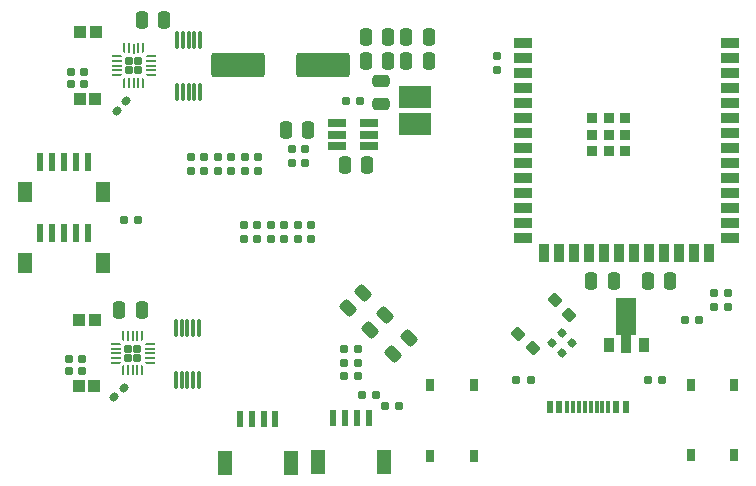
<source format=gbr>
%TF.GenerationSoftware,KiCad,Pcbnew,7.0.9*%
%TF.CreationDate,2023-12-08T19:14:30-07:00*%
%TF.ProjectId,mini_motor_go_V1_rev3,6d696e69-5f6d-46f7-946f-725f676f5f56,rev?*%
%TF.SameCoordinates,Original*%
%TF.FileFunction,Paste,Top*%
%TF.FilePolarity,Positive*%
%FSLAX46Y46*%
G04 Gerber Fmt 4.6, Leading zero omitted, Abs format (unit mm)*
G04 Created by KiCad (PCBNEW 7.0.9) date 2023-12-08 19:14:30*
%MOMM*%
%LPD*%
G01*
G04 APERTURE LIST*
G04 Aperture macros list*
%AMRoundRect*
0 Rectangle with rounded corners*
0 $1 Rounding radius*
0 $2 $3 $4 $5 $6 $7 $8 $9 X,Y pos of 4 corners*
0 Add a 4 corners polygon primitive as box body*
4,1,4,$2,$3,$4,$5,$6,$7,$8,$9,$2,$3,0*
0 Add four circle primitives for the rounded corners*
1,1,$1+$1,$2,$3*
1,1,$1+$1,$4,$5*
1,1,$1+$1,$6,$7*
1,1,$1+$1,$8,$9*
0 Add four rect primitives between the rounded corners*
20,1,$1+$1,$2,$3,$4,$5,0*
20,1,$1+$1,$4,$5,$6,$7,0*
20,1,$1+$1,$6,$7,$8,$9,0*
20,1,$1+$1,$8,$9,$2,$3,0*%
%AMFreePoly0*
4,1,14,0.289644,0.110355,0.410355,-0.010356,0.425000,-0.045711,0.425000,-0.075000,0.410355,-0.110355,0.375000,-0.125000,-0.375000,-0.125000,-0.410355,-0.110355,-0.425000,-0.075000,-0.425000,0.075000,-0.410355,0.110355,-0.375000,0.125000,0.254289,0.125000,0.289644,0.110355,0.289644,0.110355,$1*%
%AMFreePoly1*
4,1,14,0.410355,0.110355,0.425000,0.075000,0.425000,0.045711,0.410355,0.010356,0.289644,-0.110355,0.254289,-0.125000,-0.375000,-0.125000,-0.410355,-0.110355,-0.425000,-0.075000,-0.425000,0.075000,-0.410355,0.110355,-0.375000,0.125000,0.375000,0.125000,0.410355,0.110355,0.410355,0.110355,$1*%
%AMFreePoly2*
4,1,14,0.110355,0.410355,0.125000,0.375000,0.125000,-0.375000,0.110355,-0.410355,0.075000,-0.425000,-0.075000,-0.425000,-0.110355,-0.410355,-0.125000,-0.375000,-0.125000,0.254289,-0.110355,0.289644,0.010356,0.410355,0.045711,0.425000,0.075000,0.425000,0.110355,0.410355,0.110355,0.410355,$1*%
%AMFreePoly3*
4,1,14,-0.010356,0.410355,0.110355,0.289644,0.125000,0.254289,0.125000,-0.375000,0.110355,-0.410355,0.075000,-0.425000,-0.075000,-0.425000,-0.110355,-0.410355,-0.125000,-0.375000,-0.125000,0.375000,-0.110355,0.410355,-0.075000,0.425000,-0.045711,0.425000,-0.010356,0.410355,-0.010356,0.410355,$1*%
%AMFreePoly4*
4,1,14,0.410355,0.110355,0.425000,0.075000,0.425000,-0.075000,0.410355,-0.110355,0.375000,-0.125000,-0.254289,-0.125000,-0.289644,-0.110355,-0.410355,0.010356,-0.425000,0.045711,-0.425000,0.075000,-0.410355,0.110355,-0.375000,0.125000,0.375000,0.125000,0.410355,0.110355,0.410355,0.110355,$1*%
%AMFreePoly5*
4,1,14,0.410355,0.110355,0.425000,0.075000,0.425000,-0.075000,0.410355,-0.110355,0.375000,-0.125000,-0.375000,-0.125000,-0.410355,-0.110355,-0.425000,-0.075000,-0.425000,-0.045711,-0.410355,-0.010356,-0.289644,0.110355,-0.254289,0.125000,0.375000,0.125000,0.410355,0.110355,0.410355,0.110355,$1*%
%AMFreePoly6*
4,1,14,0.110355,0.410355,0.125000,0.375000,0.125000,-0.254289,0.110355,-0.289644,-0.010356,-0.410355,-0.045711,-0.425000,-0.075000,-0.425000,-0.110355,-0.410355,-0.125000,-0.375000,-0.125000,0.375000,-0.110355,0.410355,-0.075000,0.425000,0.075000,0.425000,0.110355,0.410355,0.110355,0.410355,$1*%
%AMFreePoly7*
4,1,14,0.110355,0.410355,0.125000,0.375000,0.125000,-0.375000,0.110355,-0.410355,0.075000,-0.425000,0.045711,-0.425000,0.010356,-0.410355,-0.110355,-0.289644,-0.125000,-0.254289,-0.125000,0.375000,-0.110355,0.410355,-0.075000,0.425000,0.075000,0.425000,0.110355,0.410355,0.110355,0.410355,$1*%
%AMFreePoly8*
4,1,9,3.862500,-0.866500,0.737500,-0.866500,0.737500,-0.450000,-0.737500,-0.450000,-0.737500,0.450000,0.737500,0.450000,0.737500,0.866500,3.862500,0.866500,3.862500,-0.866500,3.862500,-0.866500,$1*%
G04 Aperture macros list end*
%ADD10RoundRect,0.155000X0.040659X0.259862X-0.259862X-0.040659X-0.040659X-0.259862X0.259862X0.040659X0*%
%ADD11RoundRect,0.160000X0.160000X-0.197500X0.160000X0.197500X-0.160000X0.197500X-0.160000X-0.197500X0*%
%ADD12RoundRect,0.250000X0.250000X0.475000X-0.250000X0.475000X-0.250000X-0.475000X0.250000X-0.475000X0*%
%ADD13RoundRect,0.030000X0.120000X-0.695000X0.120000X0.695000X-0.120000X0.695000X-0.120000X-0.695000X0*%
%ADD14RoundRect,0.172500X0.172500X-0.172500X0.172500X0.172500X-0.172500X0.172500X-0.172500X-0.172500X0*%
%ADD15FreePoly0,90.000000*%
%ADD16RoundRect,0.062500X0.062500X-0.362500X0.062500X0.362500X-0.062500X0.362500X-0.062500X-0.362500X0*%
%ADD17FreePoly1,90.000000*%
%ADD18FreePoly2,90.000000*%
%ADD19RoundRect,0.062500X0.362500X-0.062500X0.362500X0.062500X-0.362500X0.062500X-0.362500X-0.062500X0*%
%ADD20FreePoly3,90.000000*%
%ADD21FreePoly4,90.000000*%
%ADD22RoundRect,0.062500X0.062500X-0.350000X0.062500X0.350000X-0.062500X0.350000X-0.062500X-0.350000X0*%
%ADD23FreePoly5,90.000000*%
%ADD24FreePoly6,90.000000*%
%ADD25FreePoly7,90.000000*%
%ADD26RoundRect,0.250000X-0.250000X-0.475000X0.250000X-0.475000X0.250000X0.475000X-0.250000X0.475000X0*%
%ADD27RoundRect,0.243750X0.150260X-0.494975X0.494975X-0.150260X-0.150260X0.494975X-0.494975X0.150260X0*%
%ADD28RoundRect,0.160000X-0.252791X0.026517X0.026517X-0.252791X0.252791X-0.026517X-0.026517X0.252791X0*%
%ADD29RoundRect,0.160000X0.197500X0.160000X-0.197500X0.160000X-0.197500X-0.160000X0.197500X-0.160000X0*%
%ADD30RoundRect,0.160000X-0.197500X-0.160000X0.197500X-0.160000X0.197500X0.160000X-0.197500X0.160000X0*%
%ADD31RoundRect,0.155000X-0.212500X-0.155000X0.212500X-0.155000X0.212500X0.155000X-0.212500X0.155000X0*%
%ADD32R,2.800000X1.850000*%
%ADD33R,1.100000X1.000000*%
%ADD34R,0.600000X1.550000*%
%ADD35R,1.200000X1.800000*%
%ADD36RoundRect,0.160000X-0.160000X0.197500X-0.160000X-0.197500X0.160000X-0.197500X0.160000X0.197500X0*%
%ADD37R,0.599440X1.348740*%
%ADD38R,1.198880X1.998980*%
%ADD39R,0.700000X1.000000*%
%ADD40RoundRect,0.155000X0.212500X0.155000X-0.212500X0.155000X-0.212500X-0.155000X0.212500X-0.155000X0*%
%ADD41R,1.500000X0.900000*%
%ADD42R,0.900000X1.500000*%
%ADD43R,0.900000X0.900000*%
%ADD44RoundRect,0.237500X0.380070X-0.044194X-0.044194X0.380070X-0.380070X0.044194X0.044194X-0.380070X0*%
%ADD45R,1.560000X0.650000*%
%ADD46R,0.600000X1.100000*%
%ADD47R,0.300000X1.100000*%
%ADD48RoundRect,0.250001X1.999999X0.799999X-1.999999X0.799999X-1.999999X-0.799999X1.999999X-0.799999X0*%
%ADD49R,0.900000X1.300000*%
%ADD50FreePoly8,90.000000*%
%ADD51RoundRect,0.250000X-0.475000X0.250000X-0.475000X-0.250000X0.475000X-0.250000X0.475000X0.250000X0*%
G04 APERTURE END LIST*
D10*
%TO.C,C2*%
X125104280Y-88414457D03*
X124301714Y-89217023D03*
%TD*%
D11*
%TO.C,R14*%
X135331749Y-70060966D03*
X135331749Y-68865966D03*
%TD*%
D12*
%TO.C,C13*%
X147475000Y-58675000D03*
X145575000Y-58675000D03*
%TD*%
D13*
%TO.C,U4*%
X129570599Y-63370400D03*
X130070599Y-63370400D03*
X130570599Y-63370400D03*
X131070599Y-63370400D03*
X131570599Y-63370400D03*
X131570599Y-58970400D03*
X131070599Y-58970400D03*
X130570599Y-58970400D03*
X130070599Y-58970400D03*
X129570599Y-58970400D03*
%TD*%
D14*
%TO.C,U2*%
X125531600Y-61536400D03*
X126331600Y-61536400D03*
X125531600Y-60736400D03*
X126331600Y-60736400D03*
D15*
X125131600Y-62586400D03*
D16*
X125531600Y-62586400D03*
X125931600Y-62586400D03*
X126331600Y-62586400D03*
D17*
X126731600Y-62586400D03*
D18*
X127381600Y-61936400D03*
D19*
X127381600Y-61536400D03*
X127381600Y-61136400D03*
X127381600Y-60736400D03*
D20*
X127381600Y-60336400D03*
D21*
X126731600Y-59686400D03*
D16*
X126331600Y-59686400D03*
D22*
X125931600Y-59698900D03*
D16*
X125531600Y-59686400D03*
D23*
X125131600Y-59686400D03*
D24*
X124481600Y-60336400D03*
D19*
X124481600Y-60736400D03*
X124481600Y-61136400D03*
X124481600Y-61536400D03*
D25*
X124481600Y-61936400D03*
%TD*%
D11*
%TO.C,R7*%
X133052632Y-70058317D03*
X133052632Y-68863317D03*
%TD*%
D26*
%TO.C,C18*%
X169445000Y-79365000D03*
X171345000Y-79365000D03*
%TD*%
D27*
%TO.C,D3*%
X144042618Y-81685208D03*
X145368444Y-80359382D03*
%TD*%
D26*
%TO.C,C17*%
X164655001Y-79405000D03*
X166555001Y-79405000D03*
%TD*%
D28*
%TO.C,R20*%
X161356561Y-84630176D03*
X162201553Y-85475168D03*
%TD*%
D13*
%TO.C,U3*%
X129479524Y-87726458D03*
X129979524Y-87726458D03*
X130479524Y-87726458D03*
X130979524Y-87726458D03*
X131479524Y-87726458D03*
X131479524Y-83326458D03*
X130979524Y-83326458D03*
X130479524Y-83326458D03*
X129979524Y-83326458D03*
X129479524Y-83326458D03*
%TD*%
D12*
%TO.C,C9*%
X150916079Y-60751361D03*
X149016079Y-60751361D03*
%TD*%
D29*
%TO.C,R25*%
X173781468Y-82714817D03*
X172586468Y-82714817D03*
%TD*%
D30*
%TO.C,R17*%
X143862500Y-64162000D03*
X145057500Y-64162000D03*
%TD*%
D29*
%TO.C,R33*%
X144925100Y-85160104D03*
X143730100Y-85160104D03*
%TD*%
D31*
%TO.C,C6*%
X120616900Y-62664000D03*
X121751900Y-62664000D03*
%TD*%
D32*
%TO.C,L1*%
X149743141Y-63781128D03*
X149743141Y-66081128D03*
%TD*%
D33*
%TO.C,R1*%
X122602301Y-88288832D03*
X121302301Y-88288832D03*
%TD*%
D29*
%TO.C,R22*%
X144932658Y-86282843D03*
X143737658Y-86282843D03*
%TD*%
D34*
%TO.C,J12*%
X122035000Y-75300000D03*
X121035000Y-75300000D03*
X120035000Y-75300000D03*
X119035000Y-75300000D03*
X118035000Y-75300000D03*
D35*
X123335000Y-77825000D03*
X116735000Y-77825000D03*
%TD*%
D11*
%TO.C,R5*%
X131909969Y-70061889D03*
X131909969Y-68866889D03*
%TD*%
D29*
%TO.C,R24*%
X170642456Y-87745727D03*
X169447456Y-87745727D03*
%TD*%
D28*
%TO.C,R21*%
X162181073Y-83771645D03*
X163026065Y-84616637D03*
%TD*%
D36*
%TO.C,R19*%
X140401910Y-68155397D03*
X140401910Y-69350397D03*
%TD*%
D37*
%TO.C,J5*%
X134931920Y-91075680D03*
X135932680Y-91075680D03*
X136928360Y-91075680D03*
X137929120Y-91075680D03*
D38*
X139229600Y-94748520D03*
X133631440Y-94748520D03*
%TD*%
D12*
%TO.C,C8*%
X128505000Y-57245000D03*
X126605000Y-57245000D03*
%TD*%
D39*
%TO.C,J7*%
X173084000Y-94138000D03*
X173084000Y-88138000D03*
X176784000Y-94138000D03*
X176784000Y-88138000D03*
%TD*%
D40*
%TO.C,C5*%
X121749900Y-61643600D03*
X120614900Y-61643600D03*
%TD*%
D12*
%TO.C,C11*%
X150906078Y-58691361D03*
X149006078Y-58691361D03*
%TD*%
D11*
%TO.C,R9*%
X130769483Y-70064606D03*
X130769483Y-68869606D03*
%TD*%
D41*
%TO.C,U1*%
X158890000Y-59260000D03*
X158890000Y-60530000D03*
X158890000Y-61800000D03*
X158890000Y-63070000D03*
X158890000Y-64340000D03*
X158890000Y-65610000D03*
X158890000Y-66880000D03*
X158890000Y-68150000D03*
X158890000Y-69420000D03*
X158890000Y-70690000D03*
X158890000Y-71960000D03*
X158890000Y-73230000D03*
X158890000Y-74500000D03*
X158890000Y-75770000D03*
D42*
X160655000Y-77020000D03*
X161925000Y-77020000D03*
X163195000Y-77020000D03*
X164465000Y-77020000D03*
X165735000Y-77020000D03*
X167005000Y-77020000D03*
X168275000Y-77020000D03*
X169545000Y-77020000D03*
X170815000Y-77020000D03*
X172085000Y-77020000D03*
X173355000Y-77020000D03*
X174625000Y-77020000D03*
D41*
X176390000Y-75770000D03*
X176390000Y-74500000D03*
X176390000Y-73230000D03*
X176390000Y-71960000D03*
X176390000Y-70690000D03*
X176390000Y-69420000D03*
X176390000Y-68150000D03*
X176390000Y-66880000D03*
X176390000Y-65610000D03*
X176390000Y-64340000D03*
X176390000Y-63070000D03*
X176390000Y-61800000D03*
X176390000Y-60530000D03*
X176390000Y-59260000D03*
D43*
X164740000Y-65580000D03*
X164740000Y-66980000D03*
X164740000Y-68380000D03*
X166140000Y-65580000D03*
X166140000Y-66980000D03*
X166140000Y-68380000D03*
X167540000Y-65580000D03*
X167540000Y-66980000D03*
X167540000Y-68380000D03*
%TD*%
D27*
%TO.C,D2*%
X145913411Y-83556001D03*
X147239237Y-82230175D03*
%TD*%
D11*
%TO.C,R10*%
X136472512Y-70058831D03*
X136472512Y-68863831D03*
%TD*%
D30*
%TO.C,R23*%
X158335161Y-87723495D03*
X159530161Y-87723495D03*
%TD*%
D36*
%TO.C,R11*%
X138669287Y-74616736D03*
X138669287Y-75811736D03*
%TD*%
%TO.C,R3*%
X140923006Y-74617427D03*
X140923006Y-75812427D03*
%TD*%
D30*
%TO.C,R27*%
X175035536Y-80395264D03*
X176230536Y-80395264D03*
%TD*%
%TO.C,R26*%
X175034864Y-81603353D03*
X176229864Y-81603353D03*
%TD*%
D40*
%TO.C,C1*%
X121565890Y-85977162D03*
X120430890Y-85977162D03*
%TD*%
D44*
%TO.C,C20*%
X159722421Y-85046421D03*
X158502661Y-83826661D03*
%TD*%
D31*
%TO.C,C3*%
X120435690Y-87000768D03*
X121570690Y-87000768D03*
%TD*%
D39*
%TO.C,J6*%
X151024197Y-94152726D03*
X151024197Y-88152726D03*
X154724197Y-94152726D03*
X154724197Y-88152726D03*
%TD*%
D33*
%TO.C,R2*%
X122616183Y-82673249D03*
X121316183Y-82673249D03*
%TD*%
D36*
%TO.C,R13*%
X136395397Y-74608928D03*
X136395397Y-75803928D03*
%TD*%
D45*
%TO.C,U7*%
X145856000Y-67934001D03*
X145856000Y-66984001D03*
X145856000Y-66034001D03*
X143156000Y-66034001D03*
X143156000Y-66984001D03*
X143156000Y-67934001D03*
%TD*%
D37*
%TO.C,J3*%
X142834173Y-90985775D03*
X143834933Y-90985775D03*
X144830613Y-90985775D03*
X145831373Y-90985775D03*
D38*
X147131853Y-94658615D03*
X141533693Y-94658615D03*
%TD*%
D46*
%TO.C,J11*%
X161170000Y-90000000D03*
X161970000Y-90000000D03*
D47*
X163120000Y-90000000D03*
X164120000Y-90000000D03*
X164620000Y-90000000D03*
X165620000Y-90000000D03*
D46*
X167570000Y-90000000D03*
X166770000Y-90000000D03*
D47*
X166120000Y-90000000D03*
X165120000Y-90000000D03*
X163620000Y-90000000D03*
X162620000Y-90000000D03*
%TD*%
D30*
%TO.C,R29*%
X145240150Y-88987791D03*
X146435150Y-88987791D03*
%TD*%
%TO.C,R31*%
X125072469Y-74246958D03*
X126267469Y-74246958D03*
%TD*%
D34*
%TO.C,J13*%
X122037570Y-69301563D03*
X121037570Y-69301563D03*
X120037570Y-69301563D03*
X119037570Y-69301563D03*
X118037570Y-69301563D03*
D35*
X123337570Y-71826563D03*
X116737570Y-71826563D03*
%TD*%
D36*
%TO.C,R30*%
X156723042Y-60354469D03*
X156723042Y-61549469D03*
%TD*%
D33*
%TO.C,R15*%
X122692299Y-63932415D03*
X121392299Y-63932415D03*
%TD*%
D48*
%TO.C,C10*%
X141935605Y-61085748D03*
X134735605Y-61085748D03*
%TD*%
D44*
%TO.C,C19*%
X162791634Y-82231208D03*
X161571874Y-81011448D03*
%TD*%
D36*
%TO.C,R6*%
X139819775Y-74626944D03*
X139819775Y-75821944D03*
%TD*%
D29*
%TO.C,R32*%
X144924463Y-87422886D03*
X143729463Y-87422886D03*
%TD*%
D26*
%TO.C,C16*%
X138820000Y-66616001D03*
X140720000Y-66616001D03*
%TD*%
D27*
%TO.C,D1*%
X147890837Y-85533427D03*
X149216663Y-84207601D03*
%TD*%
D11*
%TO.C,R12*%
X134192940Y-70059409D03*
X134192940Y-68864409D03*
%TD*%
D10*
%TO.C,C7*%
X125290615Y-64145637D03*
X124488049Y-64948203D03*
%TD*%
D33*
%TO.C,R16*%
X122707923Y-58313966D03*
X121407923Y-58313966D03*
%TD*%
D12*
%TO.C,C12*%
X147485000Y-60715000D03*
X145585000Y-60715000D03*
%TD*%
D14*
%TO.C,U5*%
X125439938Y-85894093D03*
X126239938Y-85894093D03*
X125439938Y-85094093D03*
X126239938Y-85094093D03*
D15*
X125039938Y-86944093D03*
D16*
X125439938Y-86944093D03*
X125839938Y-86944093D03*
X126239938Y-86944093D03*
D17*
X126639938Y-86944093D03*
D18*
X127289938Y-86294093D03*
D19*
X127289938Y-85894093D03*
X127289938Y-85494093D03*
X127289938Y-85094093D03*
D20*
X127289938Y-84694093D03*
D21*
X126639938Y-84044093D03*
D16*
X126239938Y-84044093D03*
D22*
X125839938Y-84056593D03*
D16*
X125439938Y-84044093D03*
D23*
X125039938Y-84044093D03*
D24*
X124389938Y-84694093D03*
D19*
X124389938Y-85094093D03*
X124389938Y-85494093D03*
X124389938Y-85894093D03*
D25*
X124389938Y-86294093D03*
%TD*%
D29*
%TO.C,R28*%
X148409250Y-89929808D03*
X147214250Y-89929808D03*
%TD*%
D12*
%TO.C,C4*%
X126625000Y-81815000D03*
X124725000Y-81815000D03*
%TD*%
D36*
%TO.C,R8*%
X135252962Y-74610975D03*
X135252962Y-75805975D03*
%TD*%
D12*
%TO.C,C15*%
X145722000Y-69528000D03*
X143822000Y-69528000D03*
%TD*%
D49*
%TO.C,U6*%
X166140001Y-84754000D03*
D50*
X167640001Y-84666500D03*
D49*
X169140001Y-84754000D03*
%TD*%
D51*
%TO.C,C14*%
X146825000Y-62475000D03*
X146825000Y-64375000D03*
%TD*%
D11*
%TO.C,R18*%
X139324867Y-69361496D03*
X139324867Y-68166496D03*
%TD*%
D36*
%TO.C,R4*%
X137516133Y-74612031D03*
X137516133Y-75807031D03*
%TD*%
M02*

</source>
